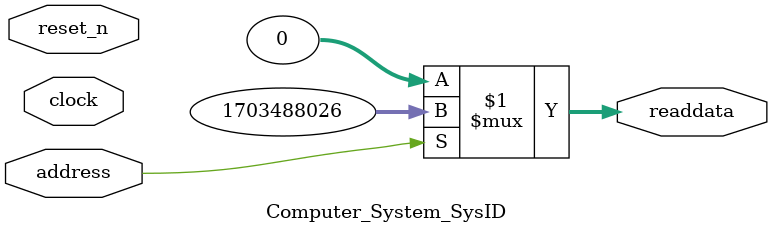
<source format=v>



// synthesis translate_off
`timescale 1ns / 1ps
// synthesis translate_on

// turn off superfluous verilog processor warnings 
// altera message_level Level1 
// altera message_off 10034 10035 10036 10037 10230 10240 10030 

module Computer_System_SysID (
               // inputs:
                address,
                clock,
                reset_n,

               // outputs:
                readdata
             )
;

  output  [ 31: 0] readdata;
  input            address;
  input            clock;
  input            reset_n;

  wire    [ 31: 0] readdata;
  //control_slave, which is an e_avalon_slave
  assign readdata = address ? 1703488026 : 0;

endmodule



</source>
